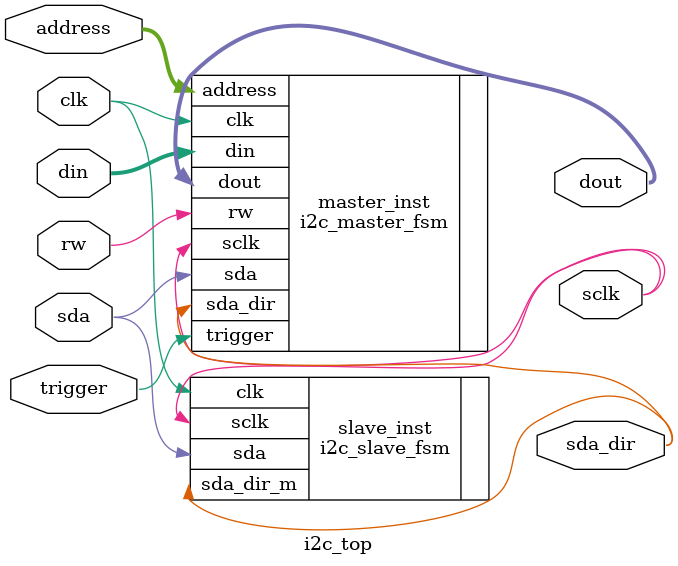
<source format=v>
module i2c_top
(
    input wire clk,
    input wire trigger,
    input wire [6:0] address,
    input wire rw,
    input wire [7:0] din,

    output wire [7:0] dout,
    output wire sclk,
    output wire sda_dir,
    
    inout wire sda
);

    i2c_master_fsm master_inst ( .clk(clk), .trigger(trigger), .address(address), .rw(rw), .din(din), .dout(dout), .sclk(sclk), .sda(sda), .sda_dir(sda_dir)  );

    i2c_slave_fsm slave_inst ( .clk(clk), .sclk(sclk), .sda(sda), .sda_dir_m(sda_dir) );

endmodule

</source>
